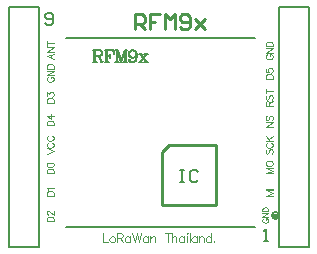
<source format=gto>
G04 Layer_Color=65535*
%FSLAX25Y25*%
%MOIN*%
G70*
G01*
G75*
%ADD14C,0.00800*%
%ADD15C,0.00787*%
%ADD16C,0.01000*%
%ADD17C,0.00500*%
%ADD18C,0.00400*%
%ADD19R,0.02059X0.01500*%
D14*
X90086Y10400D02*
G03*
X90086Y10400I-1200J0D01*
G01*
X19000Y6500D02*
X81996D01*
X19000Y69496D02*
X81996D01*
X57000Y25499D02*
X58333D01*
X57666D01*
Y21500D01*
X57000D01*
X58333D01*
X62998Y24832D02*
X62332Y25499D01*
X60999D01*
X60332Y24832D01*
Y22166D01*
X60999Y21500D01*
X62332D01*
X62998Y22166D01*
D15*
X90000Y80000D02*
X100000D01*
Y0D02*
Y80000D01*
X90000Y0D02*
X100000D01*
X90000D02*
Y80000D01*
X0Y0D02*
X10000D01*
X0D02*
Y80000D01*
X10000D01*
Y0D02*
Y80000D01*
D16*
X69000Y14000D02*
Y34000D01*
X53500D02*
X69000D01*
X52000Y32500D02*
X53500Y34000D01*
X51000Y31500D02*
X52000Y32500D01*
X51000Y14000D02*
Y31500D01*
Y14000D02*
X69000D01*
X42000Y72500D02*
Y77498D01*
X44499D01*
X45332Y76665D01*
Y74999D01*
X44499Y74166D01*
X42000D01*
X43666D02*
X45332Y72500D01*
X50331Y77498D02*
X46998D01*
Y74999D01*
X48665D01*
X46998D01*
Y72500D01*
X51997D02*
Y77498D01*
X53663Y75832D01*
X55329Y77498D01*
Y72500D01*
X56995Y73333D02*
X57828Y72500D01*
X59494D01*
X60327Y73333D01*
Y76665D01*
X59494Y77498D01*
X57828D01*
X56995Y76665D01*
Y75832D01*
X57828Y74999D01*
X60327D01*
X61993Y75832D02*
X65326Y72500D01*
X63660Y74166D01*
X65326Y75832D01*
X61993Y72500D01*
D17*
X85000Y2000D02*
X86333D01*
X85666D01*
Y5999D01*
X85000Y5332D01*
X28571Y65499D02*
Y61500D01*
X28762Y65499D02*
Y61500D01*
X28000Y65499D02*
X30285D01*
X30856Y65309D01*
X31047Y65118D01*
X31237Y64737D01*
Y64356D01*
X31047Y63976D01*
X30856Y63785D01*
X30285Y63595D01*
X28762D01*
X30285Y65499D02*
X30666Y65309D01*
X30856Y65118D01*
X31047Y64737D01*
Y64356D01*
X30856Y63976D01*
X30666Y63785D01*
X30285Y63595D01*
X28000Y61500D02*
X29333D01*
X29714Y63595D02*
X30095Y63404D01*
X30285Y63214D01*
X30856Y61881D01*
X31047Y61690D01*
X31237D01*
X31428Y61881D01*
X30095Y63404D02*
X30285Y63024D01*
X30666Y61690D01*
X30856Y61500D01*
X31237D01*
X31428Y61881D01*
Y62071D01*
X32513Y65499D02*
Y61500D01*
X32704Y65499D02*
Y61500D01*
X33846Y64356D02*
Y62833D01*
X31942Y65499D02*
X34989D01*
Y64356D01*
X34798Y65499D01*
X32704Y63595D02*
X33846D01*
X31942Y61500D02*
X33275D01*
X36112Y65499D02*
Y61500D01*
X36303Y65499D02*
X37446Y62071D01*
X36112Y65499D02*
X37446Y61500D01*
X38779Y65499D02*
X37446Y61500D01*
X38779Y65499D02*
Y61500D01*
X38969Y65499D02*
Y61500D01*
X35541Y65499D02*
X36303D01*
X38779D02*
X39540D01*
X35541Y61500D02*
X36684D01*
X38207D02*
X39540D01*
X42473Y64166D02*
X42283Y63595D01*
X41902Y63214D01*
X41331Y63024D01*
X41140D01*
X40569Y63214D01*
X40188Y63595D01*
X39997Y64166D01*
Y64356D01*
X40188Y64928D01*
X40569Y65309D01*
X41140Y65499D01*
X41521D01*
X42092Y65309D01*
X42473Y64928D01*
X42663Y64356D01*
Y63214D01*
X42473Y62452D01*
X42283Y62071D01*
X41902Y61690D01*
X41331Y61500D01*
X40759D01*
X40378Y61690D01*
X40188Y62071D01*
Y62262D01*
X40378Y62452D01*
X40569Y62262D01*
X40378Y62071D01*
X41140Y63024D02*
X40759Y63214D01*
X40378Y63595D01*
X40188Y64166D01*
Y64356D01*
X40378Y64928D01*
X40759Y65309D01*
X41140Y65499D01*
X41521D02*
X41902Y65309D01*
X42283Y64928D01*
X42473Y64356D01*
Y63214D01*
X42283Y62452D01*
X42092Y62071D01*
X41711Y61690D01*
X41331Y61500D01*
X43635Y64166D02*
X45730Y61500D01*
X43825Y64166D02*
X45920Y61500D01*
Y64166D02*
X43635Y61500D01*
X43254Y64166D02*
X44396D01*
X45158D02*
X46301D01*
X43254Y61500D02*
X44396D01*
X45158D02*
X46301D01*
X12000Y74666D02*
X12666Y74000D01*
X13999D01*
X14666Y74666D01*
Y77332D01*
X13999Y77999D01*
X12666D01*
X12000Y77332D01*
Y76666D01*
X12666Y75999D01*
X14666D01*
D18*
X31500Y4499D02*
Y1500D01*
X33214D01*
X34257Y3500D02*
X33971Y3357D01*
X33685Y3071D01*
X33542Y2643D01*
Y2357D01*
X33685Y1929D01*
X33971Y1643D01*
X34257Y1500D01*
X34685D01*
X34971Y1643D01*
X35256Y1929D01*
X35399Y2357D01*
Y2643D01*
X35256Y3071D01*
X34971Y3357D01*
X34685Y3500D01*
X34257D01*
X36056Y4499D02*
Y1500D01*
Y4499D02*
X37342D01*
X37770Y4357D01*
X37913Y4214D01*
X38056Y3928D01*
Y3642D01*
X37913Y3357D01*
X37770Y3214D01*
X37342Y3071D01*
X36056D01*
X37056D02*
X38056Y1500D01*
X40441Y3500D02*
Y1500D01*
Y3071D02*
X40155Y3357D01*
X39870Y3500D01*
X39441D01*
X39156Y3357D01*
X38870Y3071D01*
X38727Y2643D01*
Y2357D01*
X38870Y1929D01*
X39156Y1643D01*
X39441Y1500D01*
X39870D01*
X40155Y1643D01*
X40441Y1929D01*
X41241Y4499D02*
X41955Y1500D01*
X42669Y4499D02*
X41955Y1500D01*
X42669Y4499D02*
X43383Y1500D01*
X44097Y4499D02*
X43383Y1500D01*
X46411Y3500D02*
Y1500D01*
Y3071D02*
X46126Y3357D01*
X45840Y3500D01*
X45411D01*
X45126Y3357D01*
X44840Y3071D01*
X44697Y2643D01*
Y2357D01*
X44840Y1929D01*
X45126Y1643D01*
X45411Y1500D01*
X45840D01*
X46126Y1643D01*
X46411Y1929D01*
X47211Y3500D02*
Y1500D01*
Y2928D02*
X47639Y3357D01*
X47925Y3500D01*
X48353D01*
X48639Y3357D01*
X48782Y2928D01*
Y1500D01*
X52924Y4499D02*
Y1500D01*
X51924Y4499D02*
X53924D01*
X54281D02*
Y1500D01*
Y2928D02*
X54709Y3357D01*
X54995Y3500D01*
X55423D01*
X55709Y3357D01*
X55852Y2928D01*
Y1500D01*
X58351Y3500D02*
Y1500D01*
Y3071D02*
X58066Y3357D01*
X57780Y3500D01*
X57352D01*
X57066Y3357D01*
X56780Y3071D01*
X56638Y2643D01*
Y2357D01*
X56780Y1929D01*
X57066Y1643D01*
X57352Y1500D01*
X57780D01*
X58066Y1643D01*
X58351Y1929D01*
X59437Y4499D02*
X59580Y4357D01*
X59723Y4499D01*
X59580Y4642D01*
X59437Y4499D01*
X59580Y3500D02*
Y1500D01*
X60251Y4499D02*
Y1500D01*
X62593Y3500D02*
Y1500D01*
Y3071D02*
X62308Y3357D01*
X62022Y3500D01*
X61594D01*
X61308Y3357D01*
X61022Y3071D01*
X60879Y2643D01*
Y2357D01*
X61022Y1929D01*
X61308Y1643D01*
X61594Y1500D01*
X62022D01*
X62308Y1643D01*
X62593Y1929D01*
X63393Y3500D02*
Y1500D01*
Y2928D02*
X63822Y3357D01*
X64107Y3500D01*
X64536D01*
X64821Y3357D01*
X64964Y2928D01*
Y1500D01*
X67464Y4499D02*
Y1500D01*
Y3071D02*
X67178Y3357D01*
X66892Y3500D01*
X66464D01*
X66178Y3357D01*
X65893Y3071D01*
X65750Y2643D01*
Y2357D01*
X65893Y1929D01*
X66178Y1643D01*
X66464Y1500D01*
X66892D01*
X67178Y1643D01*
X67464Y1929D01*
X68406Y1786D02*
X68264Y1643D01*
X68406Y1500D01*
X68549Y1643D01*
X68406Y1786D01*
X12700Y40500D02*
X15000D01*
X12700D02*
Y41267D01*
X12810Y41595D01*
X13029Y41814D01*
X13248Y41923D01*
X13577Y42033D01*
X14124D01*
X14453Y41923D01*
X14672Y41814D01*
X14890Y41595D01*
X15000Y41267D01*
Y40500D01*
X12700Y43643D02*
X14233Y42548D01*
Y44190D01*
X12700Y43643D02*
X15000D01*
X12700Y48000D02*
X15000D01*
X12700D02*
Y48766D01*
X12810Y49095D01*
X13029Y49314D01*
X13248Y49424D01*
X13577Y49533D01*
X14124D01*
X14453Y49424D01*
X14672Y49314D01*
X14890Y49095D01*
X15000Y48766D01*
Y48000D01*
X12700Y50267D02*
Y51471D01*
X13577Y50814D01*
Y51143D01*
X13686Y51362D01*
X13795Y51471D01*
X14124Y51581D01*
X14343D01*
X14672Y51471D01*
X14890Y51252D01*
X15000Y50924D01*
Y50595D01*
X14890Y50267D01*
X14781Y50157D01*
X14562Y50048D01*
X12700Y8500D02*
X15000D01*
X12700D02*
Y9267D01*
X12810Y9595D01*
X13029Y9814D01*
X13248Y9923D01*
X13577Y10033D01*
X14124D01*
X14453Y9923D01*
X14672Y9814D01*
X14890Y9595D01*
X15000Y9267D01*
Y8500D01*
X13248Y10657D02*
X13138D01*
X12920Y10767D01*
X12810Y10876D01*
X12700Y11095D01*
Y11533D01*
X12810Y11752D01*
X12920Y11862D01*
X13138Y11971D01*
X13358D01*
X13577Y11862D01*
X13905Y11643D01*
X15000Y10548D01*
Y12081D01*
X12700Y17000D02*
X15000D01*
X12700D02*
Y17766D01*
X12810Y18095D01*
X13029Y18314D01*
X13248Y18424D01*
X13577Y18533D01*
X14124D01*
X14453Y18424D01*
X14672Y18314D01*
X14890Y18095D01*
X15000Y17766D01*
Y17000D01*
X13138Y19048D02*
X13029Y19267D01*
X12700Y19595D01*
X15000D01*
X85701Y56000D02*
X88000D01*
X85701D02*
Y56766D01*
X85810Y57095D01*
X86029Y57314D01*
X86248Y57424D01*
X86576Y57533D01*
X87124D01*
X87453Y57424D01*
X87672Y57314D01*
X87890Y57095D01*
X88000Y56766D01*
Y56000D01*
X85701Y59362D02*
Y58267D01*
X86686Y58157D01*
X86576Y58267D01*
X86467Y58595D01*
Y58924D01*
X86576Y59252D01*
X86796Y59471D01*
X87124Y59581D01*
X87343D01*
X87672Y59471D01*
X87890Y59252D01*
X88000Y58924D01*
Y58595D01*
X87890Y58267D01*
X87781Y58157D01*
X87562Y58048D01*
X13248Y56643D02*
X13029Y56533D01*
X12810Y56314D01*
X12700Y56095D01*
Y55657D01*
X12810Y55438D01*
X13029Y55219D01*
X13248Y55110D01*
X13577Y55000D01*
X14124D01*
X14453Y55110D01*
X14672Y55219D01*
X14890Y55438D01*
X15000Y55657D01*
Y56095D01*
X14890Y56314D01*
X14672Y56533D01*
X14453Y56643D01*
X14124D01*
Y56095D02*
Y56643D01*
X12700Y57168D02*
X15000D01*
X12700D02*
X15000Y58701D01*
X12700D02*
X15000D01*
X12700Y59336D02*
X15000D01*
X12700D02*
Y60103D01*
X12810Y60431D01*
X13029Y60650D01*
X13248Y60760D01*
X13577Y60869D01*
X14124D01*
X14453Y60760D01*
X14672Y60650D01*
X14890Y60431D01*
X15000Y60103D01*
Y59336D01*
X86248Y64143D02*
X86029Y64033D01*
X85810Y63814D01*
X85701Y63595D01*
Y63157D01*
X85810Y62938D01*
X86029Y62719D01*
X86248Y62609D01*
X86576Y62500D01*
X87124D01*
X87453Y62609D01*
X87672Y62719D01*
X87890Y62938D01*
X88000Y63157D01*
Y63595D01*
X87890Y63814D01*
X87672Y64033D01*
X87453Y64143D01*
X87124D01*
Y63595D02*
Y64143D01*
X85701Y64668D02*
X88000D01*
X85701D02*
X88000Y66201D01*
X85701D02*
X88000D01*
X85701Y66836D02*
X88000D01*
X85701D02*
Y67603D01*
X85810Y67931D01*
X86029Y68150D01*
X86248Y68260D01*
X86576Y68369D01*
X87124D01*
X87453Y68260D01*
X87672Y68150D01*
X87890Y67931D01*
X88000Y67603D01*
Y66836D01*
X84977Y9428D02*
X84786Y9333D01*
X84596Y9143D01*
X84500Y8952D01*
Y8571D01*
X84596Y8381D01*
X84786Y8190D01*
X84977Y8095D01*
X85262Y8000D01*
X85738D01*
X86024Y8095D01*
X86214Y8190D01*
X86405Y8381D01*
X86500Y8571D01*
Y8952D01*
X86405Y9143D01*
X86214Y9333D01*
X86024Y9428D01*
X85738D01*
Y8952D02*
Y9428D01*
X84500Y9885D02*
X86500D01*
X84500D02*
X86500Y11218D01*
X84500D02*
X86500D01*
X84500Y11771D02*
X86500D01*
X84500D02*
Y12437D01*
X84596Y12723D01*
X84786Y12913D01*
X84977Y13008D01*
X85262Y13104D01*
X85738D01*
X86024Y13008D01*
X86214Y12913D01*
X86405Y12723D01*
X86500Y12437D01*
Y11771D01*
X12700Y24500D02*
X15000D01*
X12700D02*
Y25267D01*
X12810Y25595D01*
X13029Y25814D01*
X13248Y25923D01*
X13577Y26033D01*
X14124D01*
X14453Y25923D01*
X14672Y25814D01*
X14890Y25595D01*
X15000Y25267D01*
Y24500D01*
X12700Y27205D02*
X12810Y26876D01*
X13138Y26657D01*
X13686Y26548D01*
X14015D01*
X14562Y26657D01*
X14890Y26876D01*
X15000Y27205D01*
Y27424D01*
X14890Y27752D01*
X14562Y27971D01*
X14015Y28081D01*
X13686D01*
X13138Y27971D01*
X12810Y27752D01*
X12700Y27424D01*
Y27205D01*
X85701Y40000D02*
X88000D01*
X85701D02*
X88000Y41533D01*
X85701D02*
X88000D01*
X86029Y43701D02*
X85810Y43482D01*
X85701Y43154D01*
Y42716D01*
X85810Y42387D01*
X86029Y42168D01*
X86248D01*
X86467Y42278D01*
X86576Y42387D01*
X86686Y42606D01*
X86905Y43263D01*
X87015Y43482D01*
X87124Y43592D01*
X87343Y43701D01*
X87672D01*
X87890Y43482D01*
X88000Y43154D01*
Y42716D01*
X87890Y42387D01*
X87672Y42168D01*
X86029Y32533D02*
X85810Y32314D01*
X85701Y31986D01*
Y31547D01*
X85810Y31219D01*
X86029Y31000D01*
X86248D01*
X86467Y31109D01*
X86576Y31219D01*
X86686Y31438D01*
X86905Y32095D01*
X87015Y32314D01*
X87124Y32423D01*
X87343Y32533D01*
X87672D01*
X87890Y32314D01*
X88000Y31986D01*
Y31547D01*
X87890Y31219D01*
X87672Y31000D01*
X86248Y34690D02*
X86029Y34581D01*
X85810Y34362D01*
X85701Y34143D01*
Y33705D01*
X85810Y33486D01*
X86029Y33267D01*
X86248Y33157D01*
X86576Y33048D01*
X87124D01*
X87453Y33157D01*
X87672Y33267D01*
X87890Y33486D01*
X88000Y33705D01*
Y34143D01*
X87890Y34362D01*
X87672Y34581D01*
X87453Y34690D01*
X85701Y35336D02*
X88000D01*
X85701Y36869D02*
X87234Y35336D01*
X86686Y35884D02*
X88000Y36869D01*
X85701Y24500D02*
X88000D01*
X85701D02*
X88000Y25376D01*
X85701Y26252D02*
X88000Y25376D01*
X85701Y26252D02*
X88000D01*
X85701Y27566D02*
X85810Y27347D01*
X86029Y27128D01*
X86248Y27018D01*
X86576Y26909D01*
X87124D01*
X87453Y27018D01*
X87672Y27128D01*
X87890Y27347D01*
X88000Y27566D01*
Y28004D01*
X87890Y28223D01*
X87672Y28442D01*
X87453Y28552D01*
X87124Y28661D01*
X86576D01*
X86248Y28552D01*
X86029Y28442D01*
X85810Y28223D01*
X85701Y28004D01*
Y27566D01*
Y17000D02*
X88000D01*
X85701D02*
X88000Y17876D01*
X85701Y18752D02*
X88000Y17876D01*
X85701Y18752D02*
X88000D01*
X85701Y19409D02*
X88000D01*
X85701Y47000D02*
X88000D01*
X85701D02*
Y47986D01*
X85810Y48314D01*
X85919Y48423D01*
X86138Y48533D01*
X86357D01*
X86576Y48423D01*
X86686Y48314D01*
X86796Y47986D01*
Y47000D01*
Y47767D02*
X88000Y48533D01*
X86029Y50581D02*
X85810Y50362D01*
X85701Y50033D01*
Y49595D01*
X85810Y49267D01*
X86029Y49048D01*
X86248D01*
X86467Y49157D01*
X86576Y49267D01*
X86686Y49486D01*
X86905Y50143D01*
X87015Y50362D01*
X87124Y50471D01*
X87343Y50581D01*
X87672D01*
X87890Y50362D01*
X88000Y50033D01*
Y49595D01*
X87890Y49267D01*
X87672Y49048D01*
X85701Y51862D02*
X88000D01*
X85701Y51095D02*
Y52628D01*
X12700Y31000D02*
X15000Y31876D01*
X12700Y32752D02*
X15000Y31876D01*
X13248Y34690D02*
X13029Y34581D01*
X12810Y34362D01*
X12700Y34143D01*
Y33705D01*
X12810Y33486D01*
X13029Y33267D01*
X13248Y33157D01*
X13577Y33048D01*
X14124D01*
X14453Y33157D01*
X14672Y33267D01*
X14890Y33486D01*
X15000Y33705D01*
Y34143D01*
X14890Y34362D01*
X14672Y34581D01*
X14453Y34690D01*
X13248Y36979D02*
X13029Y36869D01*
X12810Y36650D01*
X12700Y36431D01*
Y35993D01*
X12810Y35774D01*
X13029Y35555D01*
X13248Y35446D01*
X13577Y35336D01*
X14124D01*
X14453Y35446D01*
X14672Y35555D01*
X14890Y35774D01*
X15000Y35993D01*
Y36431D01*
X14890Y36650D01*
X14672Y36869D01*
X14453Y36979D01*
X15000Y64352D02*
X12700Y63476D01*
X15000Y62600D01*
X14233Y62928D02*
Y64024D01*
X12700Y64889D02*
X15000D01*
X12700D02*
X15000Y66422D01*
X12700D02*
X15000D01*
X12700Y67823D02*
X15000D01*
X12700Y67057D02*
Y68590D01*
D19*
X88931Y10350D02*
D03*
M02*

</source>
